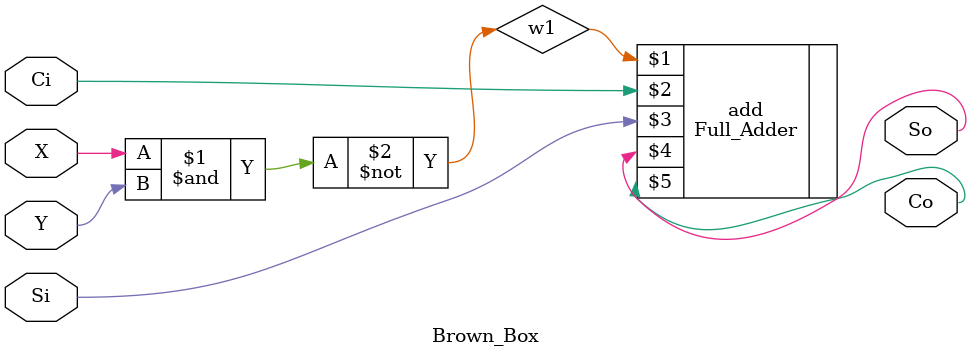
<source format=v>
`timescale 1ns / 1ps


module Brown_Box(X,Y,Ci,Si,So,Co);

input X,Y,Ci,Si;
output So,Co;

wire w1;

nand(w1,X,Y);

Full_Adder add(w1,Ci,Si,So,Co);

endmodule

</source>
